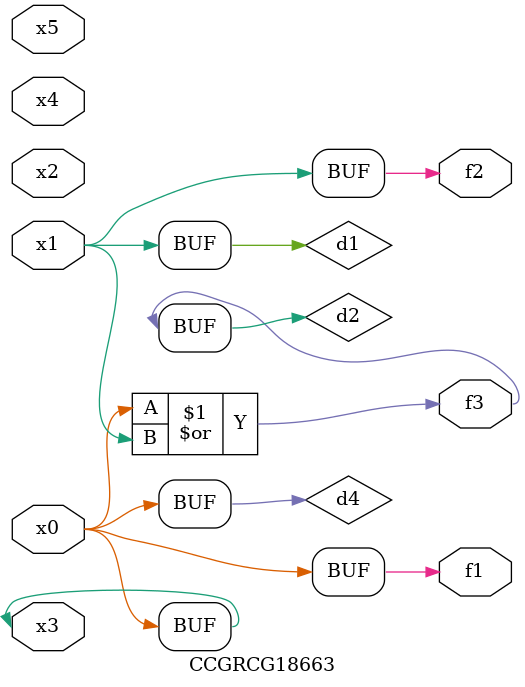
<source format=v>
module CCGRCG18663(
	input x0, x1, x2, x3, x4, x5,
	output f1, f2, f3
);

	wire d1, d2, d3, d4;

	and (d1, x1);
	or (d2, x0, x1);
	nand (d3, x0, x5);
	buf (d4, x0, x3);
	assign f1 = d4;
	assign f2 = d1;
	assign f3 = d2;
endmodule

</source>
